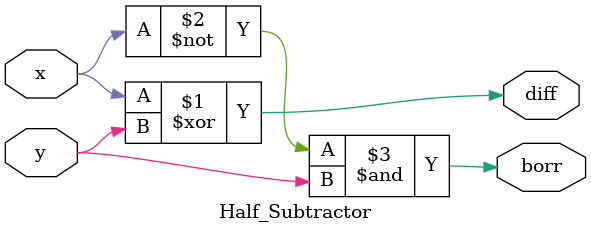
<source format=v>
`timescale 1ns / 1ps
module Half_Subtractor(
    input       x,
    input       y,
    output      diff,
    output      borr
    );

    assign diff = x^y;
    assign borr = (~x) & y;
endmodule

</source>
